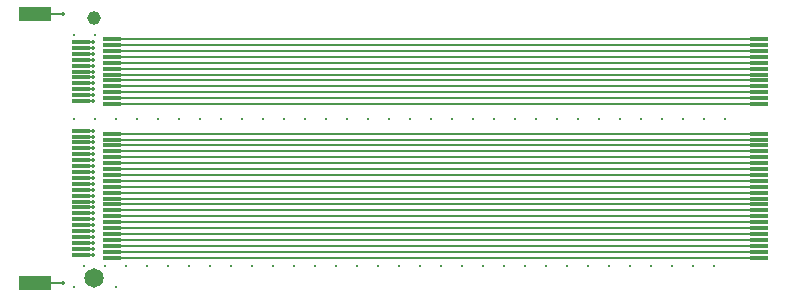
<source format=gtl>
G04*
G04 #@! TF.GenerationSoftware,Altium Limited,Altium Designer,21.7.2 (23)*
G04*
G04 Layer_Physical_Order=1*
G04 Layer_Color=255*
%FSLAX25Y25*%
%MOIN*%
G70*
G04*
G04 #@! TF.SameCoordinates,A9D511C6-54FE-4BBE-B258-F20D7088C63A*
G04*
G04*
G04 #@! TF.FilePolarity,Positive*
G04*
G01*
G75*
%ADD17R,0.05906X0.01181*%
%ADD18R,0.10827X0.04724*%
%ADD19R,0.05906X0.01378*%
%ADD26C,0.00753*%
%ADD27C,0.06496*%
%ADD28C,0.04528*%
%ADD29C,0.00929*%
%ADD30C,0.01378*%
D17*
X226378Y291339D02*
D03*
X236772Y292323D02*
D03*
X226378Y293307D02*
D03*
X236772Y294291D02*
D03*
X226378Y295276D02*
D03*
X236772Y296260D02*
D03*
X226378Y297244D02*
D03*
X236772Y298228D02*
D03*
Y268701D02*
D03*
X226378Y269685D02*
D03*
X236772Y270669D02*
D03*
X226378Y271654D02*
D03*
X236772Y272638D02*
D03*
X226378Y273622D02*
D03*
X236772Y274606D02*
D03*
X226378Y275590D02*
D03*
X236772Y276575D02*
D03*
X226378Y277559D02*
D03*
X236772Y278543D02*
D03*
X226378Y279528D02*
D03*
X236772Y280512D02*
D03*
X226378Y281496D02*
D03*
X236772Y282480D02*
D03*
X226378Y283465D02*
D03*
X236772Y284449D02*
D03*
X226378Y285433D02*
D03*
X236772Y286417D02*
D03*
X226378Y287402D02*
D03*
X236772Y288386D02*
D03*
X226378Y289370D02*
D03*
X236772Y290354D02*
D03*
X226378Y299213D02*
D03*
X236772Y300197D02*
D03*
X226378Y301181D02*
D03*
X236772Y302165D02*
D03*
X226378Y303150D02*
D03*
X236772Y304134D02*
D03*
X226378Y305118D02*
D03*
X236772Y306102D02*
D03*
X226378Y307087D02*
D03*
X236772Y308071D02*
D03*
X226378Y309055D02*
D03*
X236772Y310039D02*
D03*
X226378Y311024D02*
D03*
X236772Y319882D02*
D03*
X226378Y320866D02*
D03*
X236772Y321850D02*
D03*
X226378Y322835D02*
D03*
X236772Y323819D02*
D03*
X226378Y324803D02*
D03*
X236772Y325787D02*
D03*
X226378Y326772D02*
D03*
X236772Y327756D02*
D03*
X226378Y328740D02*
D03*
X236772Y329724D02*
D03*
X226378Y330709D02*
D03*
X236772Y331693D02*
D03*
X226378Y332677D02*
D03*
X236772Y333661D02*
D03*
X226378Y334646D02*
D03*
X236772Y335630D02*
D03*
X226378Y336614D02*
D03*
X236772Y337598D02*
D03*
X226378Y338583D02*
D03*
X236772Y339567D02*
D03*
X226378Y340551D02*
D03*
X236772Y341535D02*
D03*
D18*
X211102Y260295D02*
D03*
Y349941D02*
D03*
D19*
X452362Y341535D02*
D03*
Y339567D02*
D03*
Y337598D02*
D03*
Y335630D02*
D03*
Y333661D02*
D03*
Y331693D02*
D03*
Y329724D02*
D03*
Y327756D02*
D03*
Y325787D02*
D03*
Y323819D02*
D03*
Y321850D02*
D03*
Y319882D02*
D03*
Y310039D02*
D03*
Y308071D02*
D03*
Y306102D02*
D03*
Y304134D02*
D03*
Y302165D02*
D03*
Y300197D02*
D03*
Y290354D02*
D03*
Y288386D02*
D03*
Y286417D02*
D03*
Y284449D02*
D03*
Y282480D02*
D03*
Y280512D02*
D03*
Y278543D02*
D03*
Y276575D02*
D03*
Y274606D02*
D03*
Y272638D02*
D03*
Y270669D02*
D03*
Y268701D02*
D03*
Y298228D02*
D03*
Y296260D02*
D03*
Y294291D02*
D03*
Y292323D02*
D03*
D26*
X211102Y349941D02*
X220472D01*
X211102Y260295D02*
X220472D01*
X226378Y311024D02*
X230315D01*
X226378Y309055D02*
X230315D01*
X226378Y307087D02*
X230315D01*
X226378Y305118D02*
X230315D01*
X226378Y303150D02*
X230315D01*
X226378Y301181D02*
X230315D01*
X226378Y299213D02*
X230315D01*
X226378Y297244D02*
X230315D01*
X226378Y295276D02*
X230315D01*
X226378Y293307D02*
X230315D01*
X226378Y291339D02*
X230315D01*
X226378Y269685D02*
X230315D01*
X229707Y271654D02*
X230315D01*
X229707Y271654D02*
X229707Y271654D01*
X226378Y271654D02*
X229707D01*
X226378Y273622D02*
X230315D01*
X226378Y275590D02*
X230315D01*
X229707Y277559D02*
X230315D01*
X229707Y277559D02*
X229707Y277559D01*
X226378Y277559D02*
X229707D01*
X226378Y279528D02*
X230315D01*
X229707Y281496D02*
X230315D01*
X229707Y281496D02*
X229707Y281496D01*
X226378Y281496D02*
X229707D01*
X226378Y283465D02*
X230315D01*
X226378Y285433D02*
X230315D01*
X229707Y287402D02*
X230315D01*
X229707Y287402D02*
X229707Y287402D01*
X226378Y287402D02*
X229707D01*
X226378Y289370D02*
X230315D01*
X236772Y310039D02*
X452362D01*
X236772Y308071D02*
X452362D01*
X236772Y306102D02*
X452362D01*
X236772Y304134D02*
X452362D01*
X236772Y302165D02*
X452362D01*
X236772Y300197D02*
X452362D01*
X236772Y298228D02*
X452362D01*
X236772Y296260D02*
X452362D01*
X236772Y294291D02*
X452362D01*
X236772Y292323D02*
X452362D01*
X236772Y290354D02*
X452362D01*
X236772Y268701D02*
X452362D01*
X236772Y270669D02*
X452362D01*
X236772Y272638D02*
X452362D01*
X236772Y274606D02*
X452362D01*
X236772Y276575D02*
X452362D01*
X236772Y278543D02*
X452362D01*
X236772Y280512D02*
X452362D01*
X236772Y282480D02*
X452362D01*
X236772Y284449D02*
X452362D01*
X236772Y286417D02*
X452362D01*
X236772Y288386D02*
X452362D01*
X226378Y340551D02*
X230315D01*
X226378Y338583D02*
X230315D01*
X226378Y336614D02*
X230315D01*
X226378Y334646D02*
X230315D01*
X226378Y332677D02*
X230315D01*
X226378Y320866D02*
X230315D01*
X226378Y322835D02*
X230315D01*
X226378Y324803D02*
X230315D01*
X226378Y326772D02*
X230315D01*
X226378Y328740D02*
X230315D01*
X226378Y330709D02*
X230315D01*
X236772Y319882D02*
X452362D01*
X236772Y321850D02*
X452362D01*
X236772Y323819D02*
X452362D01*
X236772Y325787D02*
X452362D01*
X236772Y327756D02*
X452362D01*
X236772Y329724D02*
X452362D01*
X236772Y331693D02*
X452362D01*
X236772Y333661D02*
X452362D01*
X236772Y335630D02*
X452362D01*
X236772Y337598D02*
X452362D01*
X236772Y339567D02*
X452362D01*
X236772Y341535D02*
X452362D01*
D27*
X230669Y261811D02*
D03*
D28*
Y348425D02*
D03*
D29*
X441000Y315000D02*
D03*
X343000D02*
D03*
X385000D02*
D03*
X367500Y266000D02*
D03*
X273000Y315000D02*
D03*
X276500Y266000D02*
D03*
X357000Y315000D02*
D03*
X280000D02*
D03*
X269500Y266000D02*
D03*
X315000Y315000D02*
D03*
X234500Y266000D02*
D03*
X283500D02*
D03*
X364000Y315000D02*
D03*
X395500Y266000D02*
D03*
X290500D02*
D03*
X224000Y343000D02*
D03*
X353500Y266000D02*
D03*
X227500D02*
D03*
X378000Y315000D02*
D03*
X231000D02*
D03*
X336000D02*
D03*
X437500Y266000D02*
D03*
X420000Y315000D02*
D03*
X350000D02*
D03*
X332500Y266000D02*
D03*
X262500D02*
D03*
X318500D02*
D03*
X434000Y315000D02*
D03*
X430500Y266000D02*
D03*
X238000Y259000D02*
D03*
X346500Y266000D02*
D03*
X238000Y315000D02*
D03*
X248500Y266000D02*
D03*
X329000Y315000D02*
D03*
X259000D02*
D03*
X266000D02*
D03*
X360500Y266000D02*
D03*
X374500D02*
D03*
X252000Y315000D02*
D03*
X371000D02*
D03*
X406000D02*
D03*
X224000D02*
D03*
X304500Y266000D02*
D03*
X413000Y315000D02*
D03*
X311500Y266000D02*
D03*
X301000Y315000D02*
D03*
X427000D02*
D03*
X416500Y266000D02*
D03*
X381500D02*
D03*
X339500D02*
D03*
X241500D02*
D03*
X423500D02*
D03*
X308000Y315000D02*
D03*
X399000D02*
D03*
X388500Y266000D02*
D03*
X231000Y343000D02*
D03*
X245000Y315000D02*
D03*
X287000D02*
D03*
X255500Y266000D02*
D03*
X392000Y315000D02*
D03*
X325500Y266000D02*
D03*
X224000Y259000D02*
D03*
X402500Y266000D02*
D03*
X409500D02*
D03*
X322000Y315000D02*
D03*
X294000D02*
D03*
X297500Y266000D02*
D03*
D30*
X220472Y260295D02*
D03*
Y349941D02*
D03*
X230315Y311024D02*
D03*
Y309055D02*
D03*
Y307087D02*
D03*
Y305118D02*
D03*
Y303150D02*
D03*
Y301181D02*
D03*
Y299213D02*
D03*
Y297244D02*
D03*
Y295276D02*
D03*
Y293307D02*
D03*
Y291339D02*
D03*
Y269685D02*
D03*
Y271654D02*
D03*
Y273622D02*
D03*
Y275590D02*
D03*
Y277559D02*
D03*
Y279528D02*
D03*
Y281496D02*
D03*
Y283465D02*
D03*
Y285433D02*
D03*
Y287402D02*
D03*
Y289370D02*
D03*
Y340551D02*
D03*
Y338583D02*
D03*
Y336614D02*
D03*
Y334646D02*
D03*
Y332677D02*
D03*
Y330709D02*
D03*
Y328740D02*
D03*
Y326772D02*
D03*
Y324803D02*
D03*
Y322835D02*
D03*
Y320866D02*
D03*
M02*

</source>
